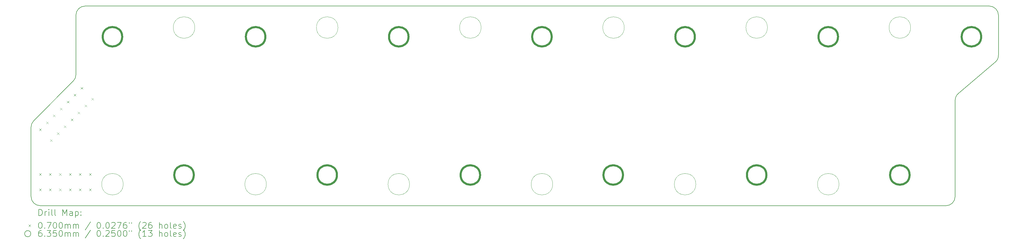
<source format=gbr>
%TF.GenerationSoftware,KiCad,Pcbnew,7.0.7*%
%TF.CreationDate,2023-09-19T02:58:42+01:00*%
%TF.ProjectId,segment-stagx,7365676d-656e-4742-9d73-746167782e6b,rev?*%
%TF.SameCoordinates,Original*%
%TF.FileFunction,Drillmap*%
%TF.FilePolarity,Positive*%
%FSLAX45Y45*%
G04 Gerber Fmt 4.5, Leading zero omitted, Abs format (unit mm)*
G04 Created by KiCad (PCBNEW 7.0.7) date 2023-09-19 02:58:42*
%MOMM*%
%LPD*%
G01*
G04 APERTURE LIST*
%ADD10C,0.150000*%
%ADD11C,0.050000*%
%ADD12C,0.200000*%
%ADD13C,0.070000*%
%ADD14C,0.635000*%
G04 APERTURE END LIST*
D10*
X6287866Y-11052130D02*
G75*
G03*
X6200000Y-11264264I212134J-212130D01*
G01*
D11*
X34830000Y-8020000D02*
G75*
G03*
X34830000Y-8020000I-350000J0D01*
G01*
X30170000Y-8020000D02*
G75*
G03*
X30170000Y-8020000I-350000J0D01*
G01*
X25510000Y-8020000D02*
G75*
G03*
X25510000Y-8020000I-350000J0D01*
G01*
X20850000Y-8020000D02*
G75*
G03*
X20850000Y-8020000I-350000J0D01*
G01*
X16190000Y-8020000D02*
G75*
G03*
X16190000Y-8020000I-350000J0D01*
G01*
X11530000Y-8020000D02*
G75*
G03*
X11530000Y-8020000I-350000J0D01*
G01*
X32500000Y-13120000D02*
G75*
G03*
X32500000Y-13120000I-350000J0D01*
G01*
X27840000Y-13120000D02*
G75*
G03*
X27840000Y-13120000I-350000J0D01*
G01*
X23180000Y-13120000D02*
G75*
G03*
X23180000Y-13120000I-350000J0D01*
G01*
X18520000Y-13120000D02*
G75*
G03*
X18520000Y-13120000I-350000J0D01*
G01*
X13860000Y-13120000D02*
G75*
G03*
X13860000Y-13120000I-350000J0D01*
G01*
D10*
X37690000Y-7620000D02*
G75*
G03*
X37390000Y-7320000I-300000J0D01*
G01*
X7572134Y-9767870D02*
G75*
G03*
X7660000Y-9555736I-212134J212130D01*
G01*
X6287868Y-11052132D02*
X7572132Y-9767868D01*
X7960000Y-7320000D02*
G75*
G03*
X7660000Y-7620000I0J-300000D01*
G01*
X7960000Y-7320000D02*
X37390000Y-7320000D01*
X7660000Y-9555736D02*
X7660000Y-7620000D01*
X35980000Y-13820000D02*
G75*
G03*
X36280000Y-13520000I0J300000D01*
G01*
X6200000Y-13520000D02*
G75*
G03*
X6500000Y-13820000I300000J0D01*
G01*
X6200000Y-13520000D02*
X6200000Y-11264264D01*
X35980000Y-13820000D02*
X6500000Y-13820000D01*
X36386033Y-10165130D02*
G75*
G03*
X36280000Y-10393995I193967J-228860D01*
G01*
X36280000Y-10393995D02*
X36280000Y-13520000D01*
X37583967Y-9149870D02*
G75*
G03*
X37690000Y-8921005I-193967J228860D01*
G01*
X37690000Y-7620000D02*
X37690000Y-8921005D01*
X37583965Y-9149867D02*
X36386036Y-10165133D01*
D11*
X9200000Y-13120000D02*
G75*
G03*
X9200000Y-13120000I-350000J0D01*
G01*
D12*
D13*
X6465000Y-12765000D02*
X6535000Y-12835000D01*
X6535000Y-12765000D02*
X6465000Y-12835000D01*
X6465000Y-13265000D02*
X6535000Y-13335000D01*
X6535000Y-13265000D02*
X6465000Y-13335000D01*
X6468223Y-11308223D02*
X6538223Y-11378223D01*
X6538223Y-11308223D02*
X6468223Y-11378223D01*
X6693223Y-11083223D02*
X6763223Y-11153223D01*
X6763223Y-11083223D02*
X6693223Y-11153223D01*
X6790000Y-12765000D02*
X6860000Y-12835000D01*
X6860000Y-12765000D02*
X6790000Y-12835000D01*
X6790000Y-13265000D02*
X6860000Y-13335000D01*
X6860000Y-13265000D02*
X6790000Y-13335000D01*
X6821777Y-11661777D02*
X6891777Y-11731777D01*
X6891777Y-11661777D02*
X6821777Y-11731777D01*
X6918223Y-10858223D02*
X6988223Y-10928223D01*
X6988223Y-10858223D02*
X6918223Y-10928223D01*
X7046777Y-11436777D02*
X7116777Y-11506777D01*
X7116777Y-11436777D02*
X7046777Y-11506777D01*
X7115000Y-12765000D02*
X7185000Y-12835000D01*
X7185000Y-12765000D02*
X7115000Y-12835000D01*
X7115000Y-13265000D02*
X7185000Y-13335000D01*
X7185000Y-13265000D02*
X7115000Y-13335000D01*
X7143223Y-10633223D02*
X7213223Y-10703223D01*
X7213223Y-10633223D02*
X7143223Y-10703223D01*
X7271777Y-11211777D02*
X7341777Y-11281777D01*
X7341777Y-11211777D02*
X7271777Y-11281777D01*
X7368223Y-10408223D02*
X7438223Y-10478223D01*
X7438223Y-10408223D02*
X7368223Y-10478223D01*
X7440000Y-12765000D02*
X7510000Y-12835000D01*
X7510000Y-12765000D02*
X7440000Y-12835000D01*
X7440000Y-13265000D02*
X7510000Y-13335000D01*
X7510000Y-13265000D02*
X7440000Y-13335000D01*
X7496777Y-10986777D02*
X7566777Y-11056777D01*
X7566777Y-10986777D02*
X7496777Y-11056777D01*
X7593223Y-10183223D02*
X7663223Y-10253223D01*
X7663223Y-10183223D02*
X7593223Y-10253223D01*
X7721777Y-10761777D02*
X7791777Y-10831777D01*
X7791777Y-10761777D02*
X7721777Y-10831777D01*
X7765000Y-12765000D02*
X7835000Y-12835000D01*
X7835000Y-12765000D02*
X7765000Y-12835000D01*
X7765000Y-13265000D02*
X7835000Y-13335000D01*
X7835000Y-13265000D02*
X7765000Y-13335000D01*
X7818223Y-9958223D02*
X7888223Y-10028223D01*
X7888223Y-9958223D02*
X7818223Y-10028223D01*
X7946777Y-10536777D02*
X8016777Y-10606777D01*
X8016777Y-10536777D02*
X7946777Y-10606777D01*
X8090000Y-12765000D02*
X8160000Y-12835000D01*
X8160000Y-12765000D02*
X8090000Y-12835000D01*
X8090000Y-13265000D02*
X8160000Y-13335000D01*
X8160000Y-13265000D02*
X8090000Y-13335000D01*
X8171777Y-10311777D02*
X8241777Y-10381777D01*
X8241777Y-10311777D02*
X8171777Y-10381777D01*
D14*
X9167500Y-8320000D02*
G75*
G03*
X9167500Y-8320000I-317500J0D01*
G01*
X11497500Y-12820000D02*
G75*
G03*
X11497500Y-12820000I-317500J0D01*
G01*
X13827500Y-8320000D02*
G75*
G03*
X13827500Y-8320000I-317500J0D01*
G01*
X16157500Y-12820000D02*
G75*
G03*
X16157500Y-12820000I-317500J0D01*
G01*
X18487500Y-8320000D02*
G75*
G03*
X18487500Y-8320000I-317500J0D01*
G01*
X20817500Y-12820000D02*
G75*
G03*
X20817500Y-12820000I-317500J0D01*
G01*
X23147500Y-8320000D02*
G75*
G03*
X23147500Y-8320000I-317500J0D01*
G01*
X25467500Y-12820000D02*
G75*
G03*
X25467500Y-12820000I-317500J0D01*
G01*
X27807500Y-8320000D02*
G75*
G03*
X27807500Y-8320000I-317500J0D01*
G01*
X30137500Y-12820000D02*
G75*
G03*
X30137500Y-12820000I-317500J0D01*
G01*
X32467500Y-8320000D02*
G75*
G03*
X32467500Y-8320000I-317500J0D01*
G01*
X34797500Y-12820000D02*
G75*
G03*
X34797500Y-12820000I-317500J0D01*
G01*
X37127500Y-8320000D02*
G75*
G03*
X37127500Y-8320000I-317500J0D01*
G01*
D12*
X6453277Y-14138984D02*
X6453277Y-13938984D01*
X6453277Y-13938984D02*
X6500896Y-13938984D01*
X6500896Y-13938984D02*
X6529467Y-13948508D01*
X6529467Y-13948508D02*
X6548515Y-13967555D01*
X6548515Y-13967555D02*
X6558039Y-13986603D01*
X6558039Y-13986603D02*
X6567562Y-14024698D01*
X6567562Y-14024698D02*
X6567562Y-14053269D01*
X6567562Y-14053269D02*
X6558039Y-14091365D01*
X6558039Y-14091365D02*
X6548515Y-14110412D01*
X6548515Y-14110412D02*
X6529467Y-14129460D01*
X6529467Y-14129460D02*
X6500896Y-14138984D01*
X6500896Y-14138984D02*
X6453277Y-14138984D01*
X6653277Y-14138984D02*
X6653277Y-14005650D01*
X6653277Y-14043746D02*
X6662801Y-14024698D01*
X6662801Y-14024698D02*
X6672324Y-14015174D01*
X6672324Y-14015174D02*
X6691372Y-14005650D01*
X6691372Y-14005650D02*
X6710420Y-14005650D01*
X6777086Y-14138984D02*
X6777086Y-14005650D01*
X6777086Y-13938984D02*
X6767562Y-13948508D01*
X6767562Y-13948508D02*
X6777086Y-13958031D01*
X6777086Y-13958031D02*
X6786610Y-13948508D01*
X6786610Y-13948508D02*
X6777086Y-13938984D01*
X6777086Y-13938984D02*
X6777086Y-13958031D01*
X6900896Y-14138984D02*
X6881848Y-14129460D01*
X6881848Y-14129460D02*
X6872324Y-14110412D01*
X6872324Y-14110412D02*
X6872324Y-13938984D01*
X7005658Y-14138984D02*
X6986610Y-14129460D01*
X6986610Y-14129460D02*
X6977086Y-14110412D01*
X6977086Y-14110412D02*
X6977086Y-13938984D01*
X7234229Y-14138984D02*
X7234229Y-13938984D01*
X7234229Y-13938984D02*
X7300896Y-14081841D01*
X7300896Y-14081841D02*
X7367562Y-13938984D01*
X7367562Y-13938984D02*
X7367562Y-14138984D01*
X7548515Y-14138984D02*
X7548515Y-14034222D01*
X7548515Y-14034222D02*
X7538991Y-14015174D01*
X7538991Y-14015174D02*
X7519943Y-14005650D01*
X7519943Y-14005650D02*
X7481848Y-14005650D01*
X7481848Y-14005650D02*
X7462801Y-14015174D01*
X7548515Y-14129460D02*
X7529467Y-14138984D01*
X7529467Y-14138984D02*
X7481848Y-14138984D01*
X7481848Y-14138984D02*
X7462801Y-14129460D01*
X7462801Y-14129460D02*
X7453277Y-14110412D01*
X7453277Y-14110412D02*
X7453277Y-14091365D01*
X7453277Y-14091365D02*
X7462801Y-14072317D01*
X7462801Y-14072317D02*
X7481848Y-14062793D01*
X7481848Y-14062793D02*
X7529467Y-14062793D01*
X7529467Y-14062793D02*
X7548515Y-14053269D01*
X7643753Y-14005650D02*
X7643753Y-14205650D01*
X7643753Y-14015174D02*
X7662801Y-14005650D01*
X7662801Y-14005650D02*
X7700896Y-14005650D01*
X7700896Y-14005650D02*
X7719943Y-14015174D01*
X7719943Y-14015174D02*
X7729467Y-14024698D01*
X7729467Y-14024698D02*
X7738991Y-14043746D01*
X7738991Y-14043746D02*
X7738991Y-14100888D01*
X7738991Y-14100888D02*
X7729467Y-14119936D01*
X7729467Y-14119936D02*
X7719943Y-14129460D01*
X7719943Y-14129460D02*
X7700896Y-14138984D01*
X7700896Y-14138984D02*
X7662801Y-14138984D01*
X7662801Y-14138984D02*
X7643753Y-14129460D01*
X7824705Y-14119936D02*
X7834229Y-14129460D01*
X7834229Y-14129460D02*
X7824705Y-14138984D01*
X7824705Y-14138984D02*
X7815182Y-14129460D01*
X7815182Y-14129460D02*
X7824705Y-14119936D01*
X7824705Y-14119936D02*
X7824705Y-14138984D01*
X7824705Y-14015174D02*
X7834229Y-14024698D01*
X7834229Y-14024698D02*
X7824705Y-14034222D01*
X7824705Y-14034222D02*
X7815182Y-14024698D01*
X7815182Y-14024698D02*
X7824705Y-14015174D01*
X7824705Y-14015174D02*
X7824705Y-14034222D01*
D13*
X6122500Y-14432500D02*
X6192500Y-14502500D01*
X6192500Y-14432500D02*
X6122500Y-14502500D01*
D12*
X6491372Y-14358984D02*
X6510420Y-14358984D01*
X6510420Y-14358984D02*
X6529467Y-14368508D01*
X6529467Y-14368508D02*
X6538991Y-14378031D01*
X6538991Y-14378031D02*
X6548515Y-14397079D01*
X6548515Y-14397079D02*
X6558039Y-14435174D01*
X6558039Y-14435174D02*
X6558039Y-14482793D01*
X6558039Y-14482793D02*
X6548515Y-14520888D01*
X6548515Y-14520888D02*
X6538991Y-14539936D01*
X6538991Y-14539936D02*
X6529467Y-14549460D01*
X6529467Y-14549460D02*
X6510420Y-14558984D01*
X6510420Y-14558984D02*
X6491372Y-14558984D01*
X6491372Y-14558984D02*
X6472324Y-14549460D01*
X6472324Y-14549460D02*
X6462801Y-14539936D01*
X6462801Y-14539936D02*
X6453277Y-14520888D01*
X6453277Y-14520888D02*
X6443753Y-14482793D01*
X6443753Y-14482793D02*
X6443753Y-14435174D01*
X6443753Y-14435174D02*
X6453277Y-14397079D01*
X6453277Y-14397079D02*
X6462801Y-14378031D01*
X6462801Y-14378031D02*
X6472324Y-14368508D01*
X6472324Y-14368508D02*
X6491372Y-14358984D01*
X6643753Y-14539936D02*
X6653277Y-14549460D01*
X6653277Y-14549460D02*
X6643753Y-14558984D01*
X6643753Y-14558984D02*
X6634229Y-14549460D01*
X6634229Y-14549460D02*
X6643753Y-14539936D01*
X6643753Y-14539936D02*
X6643753Y-14558984D01*
X6719943Y-14358984D02*
X6853277Y-14358984D01*
X6853277Y-14358984D02*
X6767562Y-14558984D01*
X6967562Y-14358984D02*
X6986610Y-14358984D01*
X6986610Y-14358984D02*
X7005658Y-14368508D01*
X7005658Y-14368508D02*
X7015182Y-14378031D01*
X7015182Y-14378031D02*
X7024705Y-14397079D01*
X7024705Y-14397079D02*
X7034229Y-14435174D01*
X7034229Y-14435174D02*
X7034229Y-14482793D01*
X7034229Y-14482793D02*
X7024705Y-14520888D01*
X7024705Y-14520888D02*
X7015182Y-14539936D01*
X7015182Y-14539936D02*
X7005658Y-14549460D01*
X7005658Y-14549460D02*
X6986610Y-14558984D01*
X6986610Y-14558984D02*
X6967562Y-14558984D01*
X6967562Y-14558984D02*
X6948515Y-14549460D01*
X6948515Y-14549460D02*
X6938991Y-14539936D01*
X6938991Y-14539936D02*
X6929467Y-14520888D01*
X6929467Y-14520888D02*
X6919943Y-14482793D01*
X6919943Y-14482793D02*
X6919943Y-14435174D01*
X6919943Y-14435174D02*
X6929467Y-14397079D01*
X6929467Y-14397079D02*
X6938991Y-14378031D01*
X6938991Y-14378031D02*
X6948515Y-14368508D01*
X6948515Y-14368508D02*
X6967562Y-14358984D01*
X7158039Y-14358984D02*
X7177086Y-14358984D01*
X7177086Y-14358984D02*
X7196134Y-14368508D01*
X7196134Y-14368508D02*
X7205658Y-14378031D01*
X7205658Y-14378031D02*
X7215182Y-14397079D01*
X7215182Y-14397079D02*
X7224705Y-14435174D01*
X7224705Y-14435174D02*
X7224705Y-14482793D01*
X7224705Y-14482793D02*
X7215182Y-14520888D01*
X7215182Y-14520888D02*
X7205658Y-14539936D01*
X7205658Y-14539936D02*
X7196134Y-14549460D01*
X7196134Y-14549460D02*
X7177086Y-14558984D01*
X7177086Y-14558984D02*
X7158039Y-14558984D01*
X7158039Y-14558984D02*
X7138991Y-14549460D01*
X7138991Y-14549460D02*
X7129467Y-14539936D01*
X7129467Y-14539936D02*
X7119943Y-14520888D01*
X7119943Y-14520888D02*
X7110420Y-14482793D01*
X7110420Y-14482793D02*
X7110420Y-14435174D01*
X7110420Y-14435174D02*
X7119943Y-14397079D01*
X7119943Y-14397079D02*
X7129467Y-14378031D01*
X7129467Y-14378031D02*
X7138991Y-14368508D01*
X7138991Y-14368508D02*
X7158039Y-14358984D01*
X7310420Y-14558984D02*
X7310420Y-14425650D01*
X7310420Y-14444698D02*
X7319943Y-14435174D01*
X7319943Y-14435174D02*
X7338991Y-14425650D01*
X7338991Y-14425650D02*
X7367563Y-14425650D01*
X7367563Y-14425650D02*
X7386610Y-14435174D01*
X7386610Y-14435174D02*
X7396134Y-14454222D01*
X7396134Y-14454222D02*
X7396134Y-14558984D01*
X7396134Y-14454222D02*
X7405658Y-14435174D01*
X7405658Y-14435174D02*
X7424705Y-14425650D01*
X7424705Y-14425650D02*
X7453277Y-14425650D01*
X7453277Y-14425650D02*
X7472324Y-14435174D01*
X7472324Y-14435174D02*
X7481848Y-14454222D01*
X7481848Y-14454222D02*
X7481848Y-14558984D01*
X7577086Y-14558984D02*
X7577086Y-14425650D01*
X7577086Y-14444698D02*
X7586610Y-14435174D01*
X7586610Y-14435174D02*
X7605658Y-14425650D01*
X7605658Y-14425650D02*
X7634229Y-14425650D01*
X7634229Y-14425650D02*
X7653277Y-14435174D01*
X7653277Y-14435174D02*
X7662801Y-14454222D01*
X7662801Y-14454222D02*
X7662801Y-14558984D01*
X7662801Y-14454222D02*
X7672324Y-14435174D01*
X7672324Y-14435174D02*
X7691372Y-14425650D01*
X7691372Y-14425650D02*
X7719943Y-14425650D01*
X7719943Y-14425650D02*
X7738991Y-14435174D01*
X7738991Y-14435174D02*
X7748515Y-14454222D01*
X7748515Y-14454222D02*
X7748515Y-14558984D01*
X8138991Y-14349460D02*
X7967563Y-14606603D01*
X8396134Y-14358984D02*
X8415182Y-14358984D01*
X8415182Y-14358984D02*
X8434229Y-14368508D01*
X8434229Y-14368508D02*
X8443753Y-14378031D01*
X8443753Y-14378031D02*
X8453277Y-14397079D01*
X8453277Y-14397079D02*
X8462801Y-14435174D01*
X8462801Y-14435174D02*
X8462801Y-14482793D01*
X8462801Y-14482793D02*
X8453277Y-14520888D01*
X8453277Y-14520888D02*
X8443753Y-14539936D01*
X8443753Y-14539936D02*
X8434229Y-14549460D01*
X8434229Y-14549460D02*
X8415182Y-14558984D01*
X8415182Y-14558984D02*
X8396134Y-14558984D01*
X8396134Y-14558984D02*
X8377086Y-14549460D01*
X8377086Y-14549460D02*
X8367563Y-14539936D01*
X8367563Y-14539936D02*
X8358039Y-14520888D01*
X8358039Y-14520888D02*
X8348515Y-14482793D01*
X8348515Y-14482793D02*
X8348515Y-14435174D01*
X8348515Y-14435174D02*
X8358039Y-14397079D01*
X8358039Y-14397079D02*
X8367563Y-14378031D01*
X8367563Y-14378031D02*
X8377086Y-14368508D01*
X8377086Y-14368508D02*
X8396134Y-14358984D01*
X8548515Y-14539936D02*
X8558039Y-14549460D01*
X8558039Y-14549460D02*
X8548515Y-14558984D01*
X8548515Y-14558984D02*
X8538991Y-14549460D01*
X8538991Y-14549460D02*
X8548515Y-14539936D01*
X8548515Y-14539936D02*
X8548515Y-14558984D01*
X8681848Y-14358984D02*
X8700896Y-14358984D01*
X8700896Y-14358984D02*
X8719944Y-14368508D01*
X8719944Y-14368508D02*
X8729468Y-14378031D01*
X8729468Y-14378031D02*
X8738991Y-14397079D01*
X8738991Y-14397079D02*
X8748515Y-14435174D01*
X8748515Y-14435174D02*
X8748515Y-14482793D01*
X8748515Y-14482793D02*
X8738991Y-14520888D01*
X8738991Y-14520888D02*
X8729468Y-14539936D01*
X8729468Y-14539936D02*
X8719944Y-14549460D01*
X8719944Y-14549460D02*
X8700896Y-14558984D01*
X8700896Y-14558984D02*
X8681848Y-14558984D01*
X8681848Y-14558984D02*
X8662801Y-14549460D01*
X8662801Y-14549460D02*
X8653277Y-14539936D01*
X8653277Y-14539936D02*
X8643753Y-14520888D01*
X8643753Y-14520888D02*
X8634229Y-14482793D01*
X8634229Y-14482793D02*
X8634229Y-14435174D01*
X8634229Y-14435174D02*
X8643753Y-14397079D01*
X8643753Y-14397079D02*
X8653277Y-14378031D01*
X8653277Y-14378031D02*
X8662801Y-14368508D01*
X8662801Y-14368508D02*
X8681848Y-14358984D01*
X8824706Y-14378031D02*
X8834229Y-14368508D01*
X8834229Y-14368508D02*
X8853277Y-14358984D01*
X8853277Y-14358984D02*
X8900896Y-14358984D01*
X8900896Y-14358984D02*
X8919944Y-14368508D01*
X8919944Y-14368508D02*
X8929468Y-14378031D01*
X8929468Y-14378031D02*
X8938991Y-14397079D01*
X8938991Y-14397079D02*
X8938991Y-14416127D01*
X8938991Y-14416127D02*
X8929468Y-14444698D01*
X8929468Y-14444698D02*
X8815182Y-14558984D01*
X8815182Y-14558984D02*
X8938991Y-14558984D01*
X9005658Y-14358984D02*
X9138991Y-14358984D01*
X9138991Y-14358984D02*
X9053277Y-14558984D01*
X9300896Y-14358984D02*
X9262801Y-14358984D01*
X9262801Y-14358984D02*
X9243753Y-14368508D01*
X9243753Y-14368508D02*
X9234229Y-14378031D01*
X9234229Y-14378031D02*
X9215182Y-14406603D01*
X9215182Y-14406603D02*
X9205658Y-14444698D01*
X9205658Y-14444698D02*
X9205658Y-14520888D01*
X9205658Y-14520888D02*
X9215182Y-14539936D01*
X9215182Y-14539936D02*
X9224706Y-14549460D01*
X9224706Y-14549460D02*
X9243753Y-14558984D01*
X9243753Y-14558984D02*
X9281849Y-14558984D01*
X9281849Y-14558984D02*
X9300896Y-14549460D01*
X9300896Y-14549460D02*
X9310420Y-14539936D01*
X9310420Y-14539936D02*
X9319944Y-14520888D01*
X9319944Y-14520888D02*
X9319944Y-14473269D01*
X9319944Y-14473269D02*
X9310420Y-14454222D01*
X9310420Y-14454222D02*
X9300896Y-14444698D01*
X9300896Y-14444698D02*
X9281849Y-14435174D01*
X9281849Y-14435174D02*
X9243753Y-14435174D01*
X9243753Y-14435174D02*
X9224706Y-14444698D01*
X9224706Y-14444698D02*
X9215182Y-14454222D01*
X9215182Y-14454222D02*
X9205658Y-14473269D01*
X9396134Y-14358984D02*
X9396134Y-14397079D01*
X9472325Y-14358984D02*
X9472325Y-14397079D01*
X9767563Y-14635174D02*
X9758039Y-14625650D01*
X9758039Y-14625650D02*
X9738991Y-14597079D01*
X9738991Y-14597079D02*
X9729468Y-14578031D01*
X9729468Y-14578031D02*
X9719944Y-14549460D01*
X9719944Y-14549460D02*
X9710420Y-14501841D01*
X9710420Y-14501841D02*
X9710420Y-14463746D01*
X9710420Y-14463746D02*
X9719944Y-14416127D01*
X9719944Y-14416127D02*
X9729468Y-14387555D01*
X9729468Y-14387555D02*
X9738991Y-14368508D01*
X9738991Y-14368508D02*
X9758039Y-14339936D01*
X9758039Y-14339936D02*
X9767563Y-14330412D01*
X9834230Y-14378031D02*
X9843753Y-14368508D01*
X9843753Y-14368508D02*
X9862801Y-14358984D01*
X9862801Y-14358984D02*
X9910420Y-14358984D01*
X9910420Y-14358984D02*
X9929468Y-14368508D01*
X9929468Y-14368508D02*
X9938991Y-14378031D01*
X9938991Y-14378031D02*
X9948515Y-14397079D01*
X9948515Y-14397079D02*
X9948515Y-14416127D01*
X9948515Y-14416127D02*
X9938991Y-14444698D01*
X9938991Y-14444698D02*
X9824706Y-14558984D01*
X9824706Y-14558984D02*
X9948515Y-14558984D01*
X10119944Y-14358984D02*
X10081849Y-14358984D01*
X10081849Y-14358984D02*
X10062801Y-14368508D01*
X10062801Y-14368508D02*
X10053277Y-14378031D01*
X10053277Y-14378031D02*
X10034230Y-14406603D01*
X10034230Y-14406603D02*
X10024706Y-14444698D01*
X10024706Y-14444698D02*
X10024706Y-14520888D01*
X10024706Y-14520888D02*
X10034230Y-14539936D01*
X10034230Y-14539936D02*
X10043753Y-14549460D01*
X10043753Y-14549460D02*
X10062801Y-14558984D01*
X10062801Y-14558984D02*
X10100896Y-14558984D01*
X10100896Y-14558984D02*
X10119944Y-14549460D01*
X10119944Y-14549460D02*
X10129468Y-14539936D01*
X10129468Y-14539936D02*
X10138991Y-14520888D01*
X10138991Y-14520888D02*
X10138991Y-14473269D01*
X10138991Y-14473269D02*
X10129468Y-14454222D01*
X10129468Y-14454222D02*
X10119944Y-14444698D01*
X10119944Y-14444698D02*
X10100896Y-14435174D01*
X10100896Y-14435174D02*
X10062801Y-14435174D01*
X10062801Y-14435174D02*
X10043753Y-14444698D01*
X10043753Y-14444698D02*
X10034230Y-14454222D01*
X10034230Y-14454222D02*
X10024706Y-14473269D01*
X10377087Y-14558984D02*
X10377087Y-14358984D01*
X10462801Y-14558984D02*
X10462801Y-14454222D01*
X10462801Y-14454222D02*
X10453277Y-14435174D01*
X10453277Y-14435174D02*
X10434230Y-14425650D01*
X10434230Y-14425650D02*
X10405658Y-14425650D01*
X10405658Y-14425650D02*
X10386611Y-14435174D01*
X10386611Y-14435174D02*
X10377087Y-14444698D01*
X10586611Y-14558984D02*
X10567563Y-14549460D01*
X10567563Y-14549460D02*
X10558039Y-14539936D01*
X10558039Y-14539936D02*
X10548515Y-14520888D01*
X10548515Y-14520888D02*
X10548515Y-14463746D01*
X10548515Y-14463746D02*
X10558039Y-14444698D01*
X10558039Y-14444698D02*
X10567563Y-14435174D01*
X10567563Y-14435174D02*
X10586611Y-14425650D01*
X10586611Y-14425650D02*
X10615182Y-14425650D01*
X10615182Y-14425650D02*
X10634230Y-14435174D01*
X10634230Y-14435174D02*
X10643753Y-14444698D01*
X10643753Y-14444698D02*
X10653277Y-14463746D01*
X10653277Y-14463746D02*
X10653277Y-14520888D01*
X10653277Y-14520888D02*
X10643753Y-14539936D01*
X10643753Y-14539936D02*
X10634230Y-14549460D01*
X10634230Y-14549460D02*
X10615182Y-14558984D01*
X10615182Y-14558984D02*
X10586611Y-14558984D01*
X10767563Y-14558984D02*
X10748515Y-14549460D01*
X10748515Y-14549460D02*
X10738992Y-14530412D01*
X10738992Y-14530412D02*
X10738992Y-14358984D01*
X10919944Y-14549460D02*
X10900896Y-14558984D01*
X10900896Y-14558984D02*
X10862801Y-14558984D01*
X10862801Y-14558984D02*
X10843753Y-14549460D01*
X10843753Y-14549460D02*
X10834230Y-14530412D01*
X10834230Y-14530412D02*
X10834230Y-14454222D01*
X10834230Y-14454222D02*
X10843753Y-14435174D01*
X10843753Y-14435174D02*
X10862801Y-14425650D01*
X10862801Y-14425650D02*
X10900896Y-14425650D01*
X10900896Y-14425650D02*
X10919944Y-14435174D01*
X10919944Y-14435174D02*
X10929468Y-14454222D01*
X10929468Y-14454222D02*
X10929468Y-14473269D01*
X10929468Y-14473269D02*
X10834230Y-14492317D01*
X11005658Y-14549460D02*
X11024706Y-14558984D01*
X11024706Y-14558984D02*
X11062801Y-14558984D01*
X11062801Y-14558984D02*
X11081849Y-14549460D01*
X11081849Y-14549460D02*
X11091373Y-14530412D01*
X11091373Y-14530412D02*
X11091373Y-14520888D01*
X11091373Y-14520888D02*
X11081849Y-14501841D01*
X11081849Y-14501841D02*
X11062801Y-14492317D01*
X11062801Y-14492317D02*
X11034230Y-14492317D01*
X11034230Y-14492317D02*
X11015182Y-14482793D01*
X11015182Y-14482793D02*
X11005658Y-14463746D01*
X11005658Y-14463746D02*
X11005658Y-14454222D01*
X11005658Y-14454222D02*
X11015182Y-14435174D01*
X11015182Y-14435174D02*
X11034230Y-14425650D01*
X11034230Y-14425650D02*
X11062801Y-14425650D01*
X11062801Y-14425650D02*
X11081849Y-14435174D01*
X11158039Y-14635174D02*
X11167563Y-14625650D01*
X11167563Y-14625650D02*
X11186611Y-14597079D01*
X11186611Y-14597079D02*
X11196134Y-14578031D01*
X11196134Y-14578031D02*
X11205658Y-14549460D01*
X11205658Y-14549460D02*
X11215182Y-14501841D01*
X11215182Y-14501841D02*
X11215182Y-14463746D01*
X11215182Y-14463746D02*
X11205658Y-14416127D01*
X11205658Y-14416127D02*
X11196134Y-14387555D01*
X11196134Y-14387555D02*
X11186611Y-14368508D01*
X11186611Y-14368508D02*
X11167563Y-14339936D01*
X11167563Y-14339936D02*
X11158039Y-14330412D01*
X6192500Y-14731500D02*
G75*
G03*
X6192500Y-14731500I-100000J0D01*
G01*
X6538991Y-14622984D02*
X6500896Y-14622984D01*
X6500896Y-14622984D02*
X6481848Y-14632508D01*
X6481848Y-14632508D02*
X6472324Y-14642031D01*
X6472324Y-14642031D02*
X6453277Y-14670603D01*
X6453277Y-14670603D02*
X6443753Y-14708698D01*
X6443753Y-14708698D02*
X6443753Y-14784888D01*
X6443753Y-14784888D02*
X6453277Y-14803936D01*
X6453277Y-14803936D02*
X6462801Y-14813460D01*
X6462801Y-14813460D02*
X6481848Y-14822984D01*
X6481848Y-14822984D02*
X6519943Y-14822984D01*
X6519943Y-14822984D02*
X6538991Y-14813460D01*
X6538991Y-14813460D02*
X6548515Y-14803936D01*
X6548515Y-14803936D02*
X6558039Y-14784888D01*
X6558039Y-14784888D02*
X6558039Y-14737269D01*
X6558039Y-14737269D02*
X6548515Y-14718222D01*
X6548515Y-14718222D02*
X6538991Y-14708698D01*
X6538991Y-14708698D02*
X6519943Y-14699174D01*
X6519943Y-14699174D02*
X6481848Y-14699174D01*
X6481848Y-14699174D02*
X6462801Y-14708698D01*
X6462801Y-14708698D02*
X6453277Y-14718222D01*
X6453277Y-14718222D02*
X6443753Y-14737269D01*
X6643753Y-14803936D02*
X6653277Y-14813460D01*
X6653277Y-14813460D02*
X6643753Y-14822984D01*
X6643753Y-14822984D02*
X6634229Y-14813460D01*
X6634229Y-14813460D02*
X6643753Y-14803936D01*
X6643753Y-14803936D02*
X6643753Y-14822984D01*
X6719943Y-14622984D02*
X6843753Y-14622984D01*
X6843753Y-14622984D02*
X6777086Y-14699174D01*
X6777086Y-14699174D02*
X6805658Y-14699174D01*
X6805658Y-14699174D02*
X6824705Y-14708698D01*
X6824705Y-14708698D02*
X6834229Y-14718222D01*
X6834229Y-14718222D02*
X6843753Y-14737269D01*
X6843753Y-14737269D02*
X6843753Y-14784888D01*
X6843753Y-14784888D02*
X6834229Y-14803936D01*
X6834229Y-14803936D02*
X6824705Y-14813460D01*
X6824705Y-14813460D02*
X6805658Y-14822984D01*
X6805658Y-14822984D02*
X6748515Y-14822984D01*
X6748515Y-14822984D02*
X6729467Y-14813460D01*
X6729467Y-14813460D02*
X6719943Y-14803936D01*
X7024705Y-14622984D02*
X6929467Y-14622984D01*
X6929467Y-14622984D02*
X6919943Y-14718222D01*
X6919943Y-14718222D02*
X6929467Y-14708698D01*
X6929467Y-14708698D02*
X6948515Y-14699174D01*
X6948515Y-14699174D02*
X6996134Y-14699174D01*
X6996134Y-14699174D02*
X7015182Y-14708698D01*
X7015182Y-14708698D02*
X7024705Y-14718222D01*
X7024705Y-14718222D02*
X7034229Y-14737269D01*
X7034229Y-14737269D02*
X7034229Y-14784888D01*
X7034229Y-14784888D02*
X7024705Y-14803936D01*
X7024705Y-14803936D02*
X7015182Y-14813460D01*
X7015182Y-14813460D02*
X6996134Y-14822984D01*
X6996134Y-14822984D02*
X6948515Y-14822984D01*
X6948515Y-14822984D02*
X6929467Y-14813460D01*
X6929467Y-14813460D02*
X6919943Y-14803936D01*
X7158039Y-14622984D02*
X7177086Y-14622984D01*
X7177086Y-14622984D02*
X7196134Y-14632508D01*
X7196134Y-14632508D02*
X7205658Y-14642031D01*
X7205658Y-14642031D02*
X7215182Y-14661079D01*
X7215182Y-14661079D02*
X7224705Y-14699174D01*
X7224705Y-14699174D02*
X7224705Y-14746793D01*
X7224705Y-14746793D02*
X7215182Y-14784888D01*
X7215182Y-14784888D02*
X7205658Y-14803936D01*
X7205658Y-14803936D02*
X7196134Y-14813460D01*
X7196134Y-14813460D02*
X7177086Y-14822984D01*
X7177086Y-14822984D02*
X7158039Y-14822984D01*
X7158039Y-14822984D02*
X7138991Y-14813460D01*
X7138991Y-14813460D02*
X7129467Y-14803936D01*
X7129467Y-14803936D02*
X7119943Y-14784888D01*
X7119943Y-14784888D02*
X7110420Y-14746793D01*
X7110420Y-14746793D02*
X7110420Y-14699174D01*
X7110420Y-14699174D02*
X7119943Y-14661079D01*
X7119943Y-14661079D02*
X7129467Y-14642031D01*
X7129467Y-14642031D02*
X7138991Y-14632508D01*
X7138991Y-14632508D02*
X7158039Y-14622984D01*
X7310420Y-14822984D02*
X7310420Y-14689650D01*
X7310420Y-14708698D02*
X7319943Y-14699174D01*
X7319943Y-14699174D02*
X7338991Y-14689650D01*
X7338991Y-14689650D02*
X7367563Y-14689650D01*
X7367563Y-14689650D02*
X7386610Y-14699174D01*
X7386610Y-14699174D02*
X7396134Y-14718222D01*
X7396134Y-14718222D02*
X7396134Y-14822984D01*
X7396134Y-14718222D02*
X7405658Y-14699174D01*
X7405658Y-14699174D02*
X7424705Y-14689650D01*
X7424705Y-14689650D02*
X7453277Y-14689650D01*
X7453277Y-14689650D02*
X7472324Y-14699174D01*
X7472324Y-14699174D02*
X7481848Y-14718222D01*
X7481848Y-14718222D02*
X7481848Y-14822984D01*
X7577086Y-14822984D02*
X7577086Y-14689650D01*
X7577086Y-14708698D02*
X7586610Y-14699174D01*
X7586610Y-14699174D02*
X7605658Y-14689650D01*
X7605658Y-14689650D02*
X7634229Y-14689650D01*
X7634229Y-14689650D02*
X7653277Y-14699174D01*
X7653277Y-14699174D02*
X7662801Y-14718222D01*
X7662801Y-14718222D02*
X7662801Y-14822984D01*
X7662801Y-14718222D02*
X7672324Y-14699174D01*
X7672324Y-14699174D02*
X7691372Y-14689650D01*
X7691372Y-14689650D02*
X7719943Y-14689650D01*
X7719943Y-14689650D02*
X7738991Y-14699174D01*
X7738991Y-14699174D02*
X7748515Y-14718222D01*
X7748515Y-14718222D02*
X7748515Y-14822984D01*
X8138991Y-14613460D02*
X7967563Y-14870603D01*
X8396134Y-14622984D02*
X8415182Y-14622984D01*
X8415182Y-14622984D02*
X8434229Y-14632508D01*
X8434229Y-14632508D02*
X8443753Y-14642031D01*
X8443753Y-14642031D02*
X8453277Y-14661079D01*
X8453277Y-14661079D02*
X8462801Y-14699174D01*
X8462801Y-14699174D02*
X8462801Y-14746793D01*
X8462801Y-14746793D02*
X8453277Y-14784888D01*
X8453277Y-14784888D02*
X8443753Y-14803936D01*
X8443753Y-14803936D02*
X8434229Y-14813460D01*
X8434229Y-14813460D02*
X8415182Y-14822984D01*
X8415182Y-14822984D02*
X8396134Y-14822984D01*
X8396134Y-14822984D02*
X8377086Y-14813460D01*
X8377086Y-14813460D02*
X8367563Y-14803936D01*
X8367563Y-14803936D02*
X8358039Y-14784888D01*
X8358039Y-14784888D02*
X8348515Y-14746793D01*
X8348515Y-14746793D02*
X8348515Y-14699174D01*
X8348515Y-14699174D02*
X8358039Y-14661079D01*
X8358039Y-14661079D02*
X8367563Y-14642031D01*
X8367563Y-14642031D02*
X8377086Y-14632508D01*
X8377086Y-14632508D02*
X8396134Y-14622984D01*
X8548515Y-14803936D02*
X8558039Y-14813460D01*
X8558039Y-14813460D02*
X8548515Y-14822984D01*
X8548515Y-14822984D02*
X8538991Y-14813460D01*
X8538991Y-14813460D02*
X8548515Y-14803936D01*
X8548515Y-14803936D02*
X8548515Y-14822984D01*
X8634229Y-14642031D02*
X8643753Y-14632508D01*
X8643753Y-14632508D02*
X8662801Y-14622984D01*
X8662801Y-14622984D02*
X8710420Y-14622984D01*
X8710420Y-14622984D02*
X8729468Y-14632508D01*
X8729468Y-14632508D02*
X8738991Y-14642031D01*
X8738991Y-14642031D02*
X8748515Y-14661079D01*
X8748515Y-14661079D02*
X8748515Y-14680127D01*
X8748515Y-14680127D02*
X8738991Y-14708698D01*
X8738991Y-14708698D02*
X8624706Y-14822984D01*
X8624706Y-14822984D02*
X8748515Y-14822984D01*
X8929468Y-14622984D02*
X8834229Y-14622984D01*
X8834229Y-14622984D02*
X8824706Y-14718222D01*
X8824706Y-14718222D02*
X8834229Y-14708698D01*
X8834229Y-14708698D02*
X8853277Y-14699174D01*
X8853277Y-14699174D02*
X8900896Y-14699174D01*
X8900896Y-14699174D02*
X8919944Y-14708698D01*
X8919944Y-14708698D02*
X8929468Y-14718222D01*
X8929468Y-14718222D02*
X8938991Y-14737269D01*
X8938991Y-14737269D02*
X8938991Y-14784888D01*
X8938991Y-14784888D02*
X8929468Y-14803936D01*
X8929468Y-14803936D02*
X8919944Y-14813460D01*
X8919944Y-14813460D02*
X8900896Y-14822984D01*
X8900896Y-14822984D02*
X8853277Y-14822984D01*
X8853277Y-14822984D02*
X8834229Y-14813460D01*
X8834229Y-14813460D02*
X8824706Y-14803936D01*
X9062801Y-14622984D02*
X9081849Y-14622984D01*
X9081849Y-14622984D02*
X9100896Y-14632508D01*
X9100896Y-14632508D02*
X9110420Y-14642031D01*
X9110420Y-14642031D02*
X9119944Y-14661079D01*
X9119944Y-14661079D02*
X9129468Y-14699174D01*
X9129468Y-14699174D02*
X9129468Y-14746793D01*
X9129468Y-14746793D02*
X9119944Y-14784888D01*
X9119944Y-14784888D02*
X9110420Y-14803936D01*
X9110420Y-14803936D02*
X9100896Y-14813460D01*
X9100896Y-14813460D02*
X9081849Y-14822984D01*
X9081849Y-14822984D02*
X9062801Y-14822984D01*
X9062801Y-14822984D02*
X9043753Y-14813460D01*
X9043753Y-14813460D02*
X9034229Y-14803936D01*
X9034229Y-14803936D02*
X9024706Y-14784888D01*
X9024706Y-14784888D02*
X9015182Y-14746793D01*
X9015182Y-14746793D02*
X9015182Y-14699174D01*
X9015182Y-14699174D02*
X9024706Y-14661079D01*
X9024706Y-14661079D02*
X9034229Y-14642031D01*
X9034229Y-14642031D02*
X9043753Y-14632508D01*
X9043753Y-14632508D02*
X9062801Y-14622984D01*
X9253277Y-14622984D02*
X9272325Y-14622984D01*
X9272325Y-14622984D02*
X9291372Y-14632508D01*
X9291372Y-14632508D02*
X9300896Y-14642031D01*
X9300896Y-14642031D02*
X9310420Y-14661079D01*
X9310420Y-14661079D02*
X9319944Y-14699174D01*
X9319944Y-14699174D02*
X9319944Y-14746793D01*
X9319944Y-14746793D02*
X9310420Y-14784888D01*
X9310420Y-14784888D02*
X9300896Y-14803936D01*
X9300896Y-14803936D02*
X9291372Y-14813460D01*
X9291372Y-14813460D02*
X9272325Y-14822984D01*
X9272325Y-14822984D02*
X9253277Y-14822984D01*
X9253277Y-14822984D02*
X9234229Y-14813460D01*
X9234229Y-14813460D02*
X9224706Y-14803936D01*
X9224706Y-14803936D02*
X9215182Y-14784888D01*
X9215182Y-14784888D02*
X9205658Y-14746793D01*
X9205658Y-14746793D02*
X9205658Y-14699174D01*
X9205658Y-14699174D02*
X9215182Y-14661079D01*
X9215182Y-14661079D02*
X9224706Y-14642031D01*
X9224706Y-14642031D02*
X9234229Y-14632508D01*
X9234229Y-14632508D02*
X9253277Y-14622984D01*
X9396134Y-14622984D02*
X9396134Y-14661079D01*
X9472325Y-14622984D02*
X9472325Y-14661079D01*
X9767563Y-14899174D02*
X9758039Y-14889650D01*
X9758039Y-14889650D02*
X9738991Y-14861079D01*
X9738991Y-14861079D02*
X9729468Y-14842031D01*
X9729468Y-14842031D02*
X9719944Y-14813460D01*
X9719944Y-14813460D02*
X9710420Y-14765841D01*
X9710420Y-14765841D02*
X9710420Y-14727746D01*
X9710420Y-14727746D02*
X9719944Y-14680127D01*
X9719944Y-14680127D02*
X9729468Y-14651555D01*
X9729468Y-14651555D02*
X9738991Y-14632508D01*
X9738991Y-14632508D02*
X9758039Y-14603936D01*
X9758039Y-14603936D02*
X9767563Y-14594412D01*
X9948515Y-14822984D02*
X9834230Y-14822984D01*
X9891372Y-14822984D02*
X9891372Y-14622984D01*
X9891372Y-14622984D02*
X9872325Y-14651555D01*
X9872325Y-14651555D02*
X9853277Y-14670603D01*
X9853277Y-14670603D02*
X9834230Y-14680127D01*
X10015182Y-14622984D02*
X10138991Y-14622984D01*
X10138991Y-14622984D02*
X10072325Y-14699174D01*
X10072325Y-14699174D02*
X10100896Y-14699174D01*
X10100896Y-14699174D02*
X10119944Y-14708698D01*
X10119944Y-14708698D02*
X10129468Y-14718222D01*
X10129468Y-14718222D02*
X10138991Y-14737269D01*
X10138991Y-14737269D02*
X10138991Y-14784888D01*
X10138991Y-14784888D02*
X10129468Y-14803936D01*
X10129468Y-14803936D02*
X10119944Y-14813460D01*
X10119944Y-14813460D02*
X10100896Y-14822984D01*
X10100896Y-14822984D02*
X10043753Y-14822984D01*
X10043753Y-14822984D02*
X10024706Y-14813460D01*
X10024706Y-14813460D02*
X10015182Y-14803936D01*
X10377087Y-14822984D02*
X10377087Y-14622984D01*
X10462801Y-14822984D02*
X10462801Y-14718222D01*
X10462801Y-14718222D02*
X10453277Y-14699174D01*
X10453277Y-14699174D02*
X10434230Y-14689650D01*
X10434230Y-14689650D02*
X10405658Y-14689650D01*
X10405658Y-14689650D02*
X10386611Y-14699174D01*
X10386611Y-14699174D02*
X10377087Y-14708698D01*
X10586611Y-14822984D02*
X10567563Y-14813460D01*
X10567563Y-14813460D02*
X10558039Y-14803936D01*
X10558039Y-14803936D02*
X10548515Y-14784888D01*
X10548515Y-14784888D02*
X10548515Y-14727746D01*
X10548515Y-14727746D02*
X10558039Y-14708698D01*
X10558039Y-14708698D02*
X10567563Y-14699174D01*
X10567563Y-14699174D02*
X10586611Y-14689650D01*
X10586611Y-14689650D02*
X10615182Y-14689650D01*
X10615182Y-14689650D02*
X10634230Y-14699174D01*
X10634230Y-14699174D02*
X10643753Y-14708698D01*
X10643753Y-14708698D02*
X10653277Y-14727746D01*
X10653277Y-14727746D02*
X10653277Y-14784888D01*
X10653277Y-14784888D02*
X10643753Y-14803936D01*
X10643753Y-14803936D02*
X10634230Y-14813460D01*
X10634230Y-14813460D02*
X10615182Y-14822984D01*
X10615182Y-14822984D02*
X10586611Y-14822984D01*
X10767563Y-14822984D02*
X10748515Y-14813460D01*
X10748515Y-14813460D02*
X10738992Y-14794412D01*
X10738992Y-14794412D02*
X10738992Y-14622984D01*
X10919944Y-14813460D02*
X10900896Y-14822984D01*
X10900896Y-14822984D02*
X10862801Y-14822984D01*
X10862801Y-14822984D02*
X10843753Y-14813460D01*
X10843753Y-14813460D02*
X10834230Y-14794412D01*
X10834230Y-14794412D02*
X10834230Y-14718222D01*
X10834230Y-14718222D02*
X10843753Y-14699174D01*
X10843753Y-14699174D02*
X10862801Y-14689650D01*
X10862801Y-14689650D02*
X10900896Y-14689650D01*
X10900896Y-14689650D02*
X10919944Y-14699174D01*
X10919944Y-14699174D02*
X10929468Y-14718222D01*
X10929468Y-14718222D02*
X10929468Y-14737269D01*
X10929468Y-14737269D02*
X10834230Y-14756317D01*
X11005658Y-14813460D02*
X11024706Y-14822984D01*
X11024706Y-14822984D02*
X11062801Y-14822984D01*
X11062801Y-14822984D02*
X11081849Y-14813460D01*
X11081849Y-14813460D02*
X11091373Y-14794412D01*
X11091373Y-14794412D02*
X11091373Y-14784888D01*
X11091373Y-14784888D02*
X11081849Y-14765841D01*
X11081849Y-14765841D02*
X11062801Y-14756317D01*
X11062801Y-14756317D02*
X11034230Y-14756317D01*
X11034230Y-14756317D02*
X11015182Y-14746793D01*
X11015182Y-14746793D02*
X11005658Y-14727746D01*
X11005658Y-14727746D02*
X11005658Y-14718222D01*
X11005658Y-14718222D02*
X11015182Y-14699174D01*
X11015182Y-14699174D02*
X11034230Y-14689650D01*
X11034230Y-14689650D02*
X11062801Y-14689650D01*
X11062801Y-14689650D02*
X11081849Y-14699174D01*
X11158039Y-14899174D02*
X11167563Y-14889650D01*
X11167563Y-14889650D02*
X11186611Y-14861079D01*
X11186611Y-14861079D02*
X11196134Y-14842031D01*
X11196134Y-14842031D02*
X11205658Y-14813460D01*
X11205658Y-14813460D02*
X11215182Y-14765841D01*
X11215182Y-14765841D02*
X11215182Y-14727746D01*
X11215182Y-14727746D02*
X11205658Y-14680127D01*
X11205658Y-14680127D02*
X11196134Y-14651555D01*
X11196134Y-14651555D02*
X11186611Y-14632508D01*
X11186611Y-14632508D02*
X11167563Y-14603936D01*
X11167563Y-14603936D02*
X11158039Y-14594412D01*
M02*

</source>
